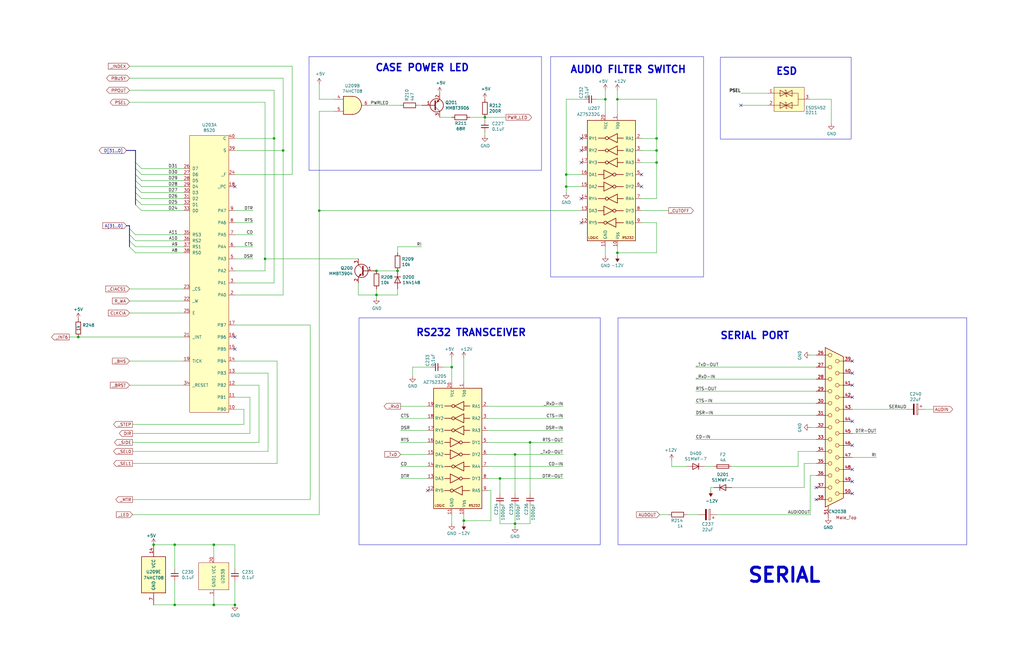
<source format=kicad_sch>
(kicad_sch (version 20231120) (generator "eeschema") (generator_version "8.0")
  (paper "B")
  (title_block (title "AMIGA PCI") (date "2025-06-27") (rev "6.0"))
  (junction (at 73.66 255.27))
  (junction (at 238.76 78.74))
  (junction (at 217.17 191.77))
  (junction (at 134.62 88.9))
  (junction (at 204.47 49.53))
  (junction (at 260.35 106.68))
  (junction (at 90.17 255.27))
  (junction (at 217.17 220.98))
  (junction (at 210.82 201.93))
  (junction (at 111.76 109.22))
  (junction (at 195.58 219.71))
  (junction (at 260.35 41.91))
  (junction (at 190.5 154.94))
  (junction (at 238.76 73.66))
  (junction (at 223.52 186.69))
  (junction (at 119.38 63.5))
  (junction (at 99.06 255.27))
  (junction (at 158.75 124.46))
  (junction (at 115.57 58.42))
  (junction (at 276.86 58.42))
  (junction (at 33.02 142.24))
  (junction (at 255.27 41.91))
  (junction (at 276.86 63.5))
  (junction (at 167.64 114.3))
  (junction (at 90.17 229.87))
  (junction (at 158.75 114.3))
  (junction (at 276.86 68.58))
  (junction (at 64.77 229.87))
  (junction (at 73.66 229.87))
  (no_connect (at 359.41 152.4))
  (no_connect (at 312.42 44.45))
  (no_connect (at 245.11 58.42))
  (no_connect (at 344.17 210.82))
  (no_connect (at 359.41 157.48))
  (no_connect (at 245.11 93.98))
  (no_connect (at 359.41 177.8))
  (no_connect (at 359.41 167.64))
  (no_connect (at 245.11 68.58))
  (no_connect (at 99.06 78.74))
  (no_connect (at 359.41 208.28))
  (no_connect (at 99.06 142.24))
  (no_connect (at 99.06 147.32))
  (no_connect (at 359.41 162.56))
  (no_connect (at 245.11 63.5))
  (no_connect (at 359.41 198.12))
  (no_connect (at 245.11 83.82))
  (no_connect (at 344.17 205.74))
  (no_connect (at 359.41 203.2))
  (no_connect (at 270.51 73.66))
  (no_connect (at 359.41 187.96))
  (no_connect (at 180.34 207.01))
  (no_connect (at 270.51 78.74))
  (bus_entry (at 59.69 71.12) (size -2.54 -2.54))
  (bus_entry (at 59.69 83.82) (size -2.54 -2.54))
  (bus_entry (at 59.69 86.36) (size -2.54 -2.54))
  (bus_entry (at 57.15 104.14) (size -2.54 -2.54))
  (bus_entry (at 59.69 81.28) (size -2.54 -2.54))
  (bus_entry (at 59.69 73.66) (size -2.54 -2.54))
  (bus_entry (at 59.69 76.2) (size -2.54 -2.54))
  (bus_entry (at 59.69 78.74) (size -2.54 -2.54))
  (bus_entry (at 57.15 99.06) (size -2.54 -2.54))
  (bus_entry (at 57.15 106.68) (size -2.54 -2.54))
  (bus_entry (at 59.69 88.9) (size -2.54 -2.54))
  (bus_entry (at 57.15 101.6) (size -2.54 -2.54))
  (wire (pts (xy 293.37 170.18) (xy 344.17 170.18)))
  (wire (pts (xy 210.82 213.36) (xy 210.82 220.98)))
  (wire (pts (xy 90.17 255.27) (xy 99.06 255.27)))
  (wire (pts (xy 33.02 142.24) (xy 29.21 142.24)))
  (bus (pts (xy 54.61 96.52) (xy 54.61 99.06)))
  (wire (pts (xy 90.17 229.87) (xy 90.17 234.95)))
  (wire (pts (xy 168.91 196.85) (xy 180.34 196.85)))
  (wire (pts (xy 359.41 182.88) (xy 369.57 182.88)))
  (wire (pts (xy 217.17 220.98) (xy 223.52 220.98)))
  (wire (pts (xy 185.42 49.53) (xy 190.5 49.53)))
  (bus (pts (xy 57.15 81.28) (xy 57.15 83.82)))
  (wire (pts (xy 77.47 86.36) (xy 59.69 86.36)))
  (bus (pts (xy 57.15 68.58) (xy 57.15 71.12)))
  (wire (pts (xy 55.88 217.17) (xy 134.62 217.17)))
  (bus (pts (xy 57.15 71.12) (xy 57.15 73.66)))
  (wire (pts (xy 190.5 161.29) (xy 190.5 154.94)))
  (wire (pts (xy 116.84 195.58) (xy 55.88 195.58)))
  (wire (pts (xy 119.38 124.46) (xy 99.06 124.46)))
  (wire (pts (xy 173.99 154.94) (xy 173.99 158.75)))
  (wire (pts (xy 270.51 68.58) (xy 276.86 68.58)))
  (wire (pts (xy 260.35 38.1) (xy 260.35 41.91)))
  (wire (pts (xy 134.62 46.99) (xy 140.97 46.99)))
  (bus (pts (xy 57.15 63.5) (xy 57.15 68.58)))
  (wire (pts (xy 205.74 196.85) (xy 237.49 196.85)))
  (wire (pts (xy 344.17 200.66) (xy 341.63 200.66)))
  (wire (pts (xy 54.61 121.92) (xy 77.47 121.92)))
  (wire (pts (xy 134.62 41.91) (xy 134.62 35.56)))
  (wire (pts (xy 59.69 78.74) (xy 77.47 78.74)))
  (wire (pts (xy 99.06 58.42) (xy 115.57 58.42)))
  (bus (pts (xy 57.15 76.2) (xy 57.15 78.74)))
  (wire (pts (xy 238.76 78.74) (xy 238.76 81.28)))
  (wire (pts (xy 205.74 171.45) (xy 237.49 171.45)))
  (wire (pts (xy 113.03 157.48) (xy 113.03 190.5)))
  (wire (pts (xy 73.66 255.27) (xy 64.77 255.27)))
  (wire (pts (xy 119.38 33.02) (xy 54.61 33.02)))
  (wire (pts (xy 99.06 99.06) (xy 106.68 99.06)))
  (wire (pts (xy 77.47 162.56) (xy 54.61 162.56)))
  (wire (pts (xy 204.47 55.88) (xy 204.47 57.15)))
  (wire (pts (xy 308.61 205.74) (xy 339.09 205.74)))
  (wire (pts (xy 238.76 41.91) (xy 238.76 73.66)))
  (wire (pts (xy 198.12 49.53) (xy 204.47 49.53)))
  (wire (pts (xy 77.47 142.24) (xy 33.02 142.24)))
  (wire (pts (xy 255.27 41.91) (xy 251.46 41.91)))
  (wire (pts (xy 238.76 73.66) (xy 245.11 73.66)))
  (wire (pts (xy 77.47 81.28) (xy 59.69 81.28)))
  (wire (pts (xy 130.81 137.16) (xy 130.81 210.82)))
  (wire (pts (xy 207.01 207.01) (xy 207.01 219.71)))
  (wire (pts (xy 293.37 154.94) (xy 344.17 154.94)))
  (wire (pts (xy 341.63 41.91) (xy 350.52 41.91)))
  (wire (pts (xy 99.06 109.22) (xy 106.68 109.22)))
  (wire (pts (xy 283.21 194.31) (xy 283.21 196.85)))
  (wire (pts (xy 134.62 88.9) (xy 245.11 88.9)))
  (wire (pts (xy 217.17 222.25) (xy 217.17 220.98)))
  (wire (pts (xy 111.76 43.18) (xy 111.76 109.22)))
  (bus (pts (xy 53.34 95.25) (xy 54.61 95.25)))
  (wire (pts (xy 77.47 127) (xy 54.61 127)))
  (wire (pts (xy 238.76 73.66) (xy 238.76 78.74)))
  (wire (pts (xy 99.06 162.56) (xy 109.22 162.56)))
  (wire (pts (xy 223.52 220.98) (xy 223.52 213.36)))
  (wire (pts (xy 270.51 83.82) (xy 276.86 83.82)))
  (wire (pts (xy 115.57 38.1) (xy 54.61 38.1)))
  (wire (pts (xy 99.06 73.66) (xy 123.19 73.66)))
  (wire (pts (xy 312.42 44.45) (xy 323.85 44.45)))
  (wire (pts (xy 205.74 181.61) (xy 237.49 181.61)))
  (wire (pts (xy 223.52 186.69) (xy 237.49 186.69)))
  (wire (pts (xy 73.66 229.87) (xy 90.17 229.87)))
  (wire (pts (xy 115.57 58.42) (xy 115.57 38.1)))
  (wire (pts (xy 102.87 172.72) (xy 102.87 179.07)))
  (wire (pts (xy 293.37 165.1) (xy 344.17 165.1)))
  (wire (pts (xy 336.55 196.85) (xy 336.55 190.5)))
  (wire (pts (xy 341.63 180.34) (xy 344.17 180.34)))
  (wire (pts (xy 207.01 207.01) (xy 205.74 207.01)))
  (wire (pts (xy 195.58 219.71) (xy 195.58 220.98)))
  (wire (pts (xy 359.41 172.72) (xy 382.27 172.72)))
  (wire (pts (xy 276.86 58.42) (xy 276.86 41.91)))
  (wire (pts (xy 205.74 191.77) (xy 217.17 191.77)))
  (wire (pts (xy 158.75 124.46) (xy 167.64 124.46)))
  (wire (pts (xy 167.64 104.14) (xy 177.8 104.14)))
  (wire (pts (xy 339.09 195.58) (xy 344.17 195.58)))
  (wire (pts (xy 204.47 49.53) (xy 204.47 50.8)))
  (wire (pts (xy 111.76 109.22) (xy 151.13 109.22)))
  (wire (pts (xy 190.5 217.17) (xy 190.5 220.98)))
  (wire (pts (xy 210.82 201.93) (xy 210.82 208.28)))
  (wire (pts (xy 59.69 83.82) (xy 77.47 83.82)))
  (wire (pts (xy 260.35 41.91) (xy 260.35 48.26)))
  (wire (pts (xy 113.03 190.5) (xy 55.88 190.5)))
  (wire (pts (xy 57.15 106.68) (xy 77.47 106.68)))
  (wire (pts (xy 77.47 99.06) (xy 57.15 99.06)))
  (wire (pts (xy 276.86 63.5) (xy 276.86 58.42)))
  (wire (pts (xy 156.21 44.45) (xy 168.91 44.45)))
  (wire (pts (xy 134.62 46.99) (xy 134.62 88.9)))
  (wire (pts (xy 64.77 229.87) (xy 73.66 229.87)))
  (wire (pts (xy 73.66 255.27) (xy 90.17 255.27)))
  (wire (pts (xy 270.51 93.98) (xy 276.86 93.98)))
  (wire (pts (xy 90.17 251.46) (xy 90.17 255.27)))
  (wire (pts (xy 115.57 119.38) (xy 99.06 119.38)))
  (wire (pts (xy 158.75 114.3) (xy 167.64 114.3)))
  (wire (pts (xy 77.47 152.4) (xy 54.61 152.4)))
  (wire (pts (xy 168.91 181.61) (xy 180.34 181.61)))
  (wire (pts (xy 168.91 186.69) (xy 180.34 186.69)))
  (wire (pts (xy 217.17 191.77) (xy 237.49 191.77)))
  (wire (pts (xy 246.38 41.91) (xy 238.76 41.91)))
  (wire (pts (xy 260.35 104.14) (xy 260.35 106.68)))
  (wire (pts (xy 176.53 44.45) (xy 177.8 44.45)))
  (wire (pts (xy 168.91 201.93) (xy 180.34 201.93)))
  (wire (pts (xy 293.37 160.02) (xy 344.17 160.02)))
  (bus (pts (xy 57.15 63.5) (xy 53.34 63.5)))
  (bus (pts (xy 57.15 78.74) (xy 57.15 81.28)))
  (wire (pts (xy 276.86 106.68) (xy 260.35 106.68)))
  (wire (pts (xy 134.62 88.9) (xy 134.62 217.17)))
  (wire (pts (xy 73.66 229.87) (xy 73.66 240.03)))
  (wire (pts (xy 151.13 119.38) (xy 151.13 124.46)))
  (wire (pts (xy 302.26 217.17) (xy 341.63 217.17)))
  (wire (pts (xy 123.19 27.94) (xy 54.61 27.94)))
  (wire (pts (xy 77.47 76.2) (xy 59.69 76.2)))
  (wire (pts (xy 99.06 152.4) (xy 116.84 152.4)))
  (wire (pts (xy 276.86 83.82) (xy 276.86 68.58)))
  (wire (pts (xy 105.41 167.64) (xy 105.41 182.88)))
  (wire (pts (xy 293.37 185.42) (xy 344.17 185.42)))
  (wire (pts (xy 77.47 104.14) (xy 57.15 104.14)))
  (wire (pts (xy 99.06 229.87) (xy 99.06 240.03)))
  (wire (pts (xy 195.58 151.13) (xy 195.58 161.29)))
  (wire (pts (xy 204.47 49.53) (xy 213.36 49.53)))
  (wire (pts (xy 116.84 152.4) (xy 116.84 195.58)))
  (wire (pts (xy 77.47 101.6) (xy 57.15 101.6)))
  (wire (pts (xy 102.87 179.07) (xy 55.88 179.07)))
  (wire (pts (xy 167.64 106.68) (xy 167.64 104.14)))
  (wire (pts (xy 217.17 213.36) (xy 217.17 220.98)))
  (wire (pts (xy 217.17 191.77) (xy 217.17 208.28)))
  (bus (pts (xy 57.15 83.82) (xy 57.15 86.36)))
  (wire (pts (xy 276.86 93.98) (xy 276.86 106.68)))
  (wire (pts (xy 293.37 175.26) (xy 344.17 175.26)))
  (wire (pts (xy 294.64 217.17) (xy 289.56 217.17)))
  (wire (pts (xy 73.66 245.11) (xy 73.66 255.27)))
  (wire (pts (xy 99.06 137.16) (xy 130.81 137.16)))
  (wire (pts (xy 260.35 106.68) (xy 260.35 107.95)))
  (wire (pts (xy 210.82 220.98) (xy 217.17 220.98)))
  (wire (pts (xy 109.22 162.56) (xy 109.22 186.69)))
  (wire (pts (xy 111.76 43.18) (xy 54.61 43.18)))
  (wire (pts (xy 270.51 63.5) (xy 276.86 63.5)))
  (bus (pts (xy 54.61 101.6) (xy 54.61 104.14)))
  (wire (pts (xy 205.74 176.53) (xy 237.49 176.53)))
  (wire (pts (xy 389.89 172.72) (xy 393.7 172.72)))
  (wire (pts (xy 99.06 88.9) (xy 106.68 88.9)))
  (wire (pts (xy 115.57 58.42) (xy 115.57 119.38)))
  (wire (pts (xy 181.61 154.94) (xy 173.99 154.94)))
  (wire (pts (xy 207.01 219.71) (xy 195.58 219.71)))
  (wire (pts (xy 281.94 217.17) (xy 278.13 217.17)))
  (wire (pts (xy 336.55 190.5) (xy 344.17 190.5)))
  (wire (pts (xy 140.97 41.91) (xy 134.62 41.91)))
  (wire (pts (xy 59.69 73.66) (xy 77.47 73.66)))
  (wire (pts (xy 105.41 182.88) (xy 55.88 182.88)))
  (wire (pts (xy 341.63 149.86) (xy 344.17 149.86)))
  (wire (pts (xy 350.52 41.91) (xy 350.52 52.07)))
  (wire (pts (xy 151.13 124.46) (xy 158.75 124.46)))
  (bus (pts (xy 54.61 95.25) (xy 54.61 96.52)))
  (wire (pts (xy 359.41 193.04) (xy 369.57 193.04)))
  (wire (pts (xy 90.17 229.87) (xy 99.06 229.87)))
  (wire (pts (xy 158.75 124.46) (xy 158.75 121.92)))
  (wire (pts (xy 99.06 245.11) (xy 99.06 255.27)))
  (wire (pts (xy 99.06 63.5) (xy 119.38 63.5)))
  (wire (pts (xy 99.06 93.98) (xy 106.68 93.98)))
  (wire (pts (xy 190.5 154.94) (xy 186.69 154.94)))
  (wire (pts (xy 99.06 157.48) (xy 113.03 157.48)))
  (wire (pts (xy 99.06 167.64) (xy 105.41 167.64)))
  (wire (pts (xy 167.64 124.46) (xy 167.64 121.92)))
  (wire (pts (xy 299.72 207.01) (xy 299.72 205.74)))
  (wire (pts (xy 205.74 186.69) (xy 223.52 186.69)))
  (wire (pts (xy 158.75 125.73) (xy 158.75 124.46)))
  (wire (pts (xy 255.27 38.1) (xy 255.27 41.91)))
  (wire (pts (xy 190.5 151.13) (xy 190.5 154.94)))
  (wire (pts (xy 299.72 205.74) (xy 300.99 205.74)))
  (wire (pts (xy 130.81 210.82) (xy 55.88 210.82)))
  (wire (pts (xy 119.38 63.5) (xy 119.38 33.02)))
  (wire (pts (xy 308.61 196.85) (xy 336.55 196.85)))
  (wire (pts (xy 238.76 78.74) (xy 245.11 78.74)))
  (wire (pts (xy 168.91 191.77) (xy 180.34 191.77)))
  (wire (pts (xy 168.91 171.45) (xy 180.34 171.45)))
  (wire (pts (xy 111.76 109.22) (xy 111.76 114.3)))
  (wire (pts (xy 99.06 172.72) (xy 102.87 172.72)))
  (wire (pts (xy 255.27 48.26) (xy 255.27 41.91)))
  (wire (pts (xy 99.06 114.3) (xy 111.76 114.3)))
  (wire (pts (xy 312.42 39.37) (xy 323.85 39.37)))
  (wire (pts (xy 168.91 176.53) (xy 180.34 176.53)))
  (wire (pts (xy 276.86 68.58) (xy 276.86 63.5)))
  (wire (pts (xy 223.52 186.69) (xy 223.52 208.28)))
  (wire (pts (xy 195.58 217.17) (xy 195.58 219.71)))
  (wire (pts (xy 99.06 104.14) (xy 106.68 104.14)))
  (wire (pts (xy 341.63 200.66) (xy 341.63 217.17)))
  (wire (pts (xy 270.51 58.42) (xy 276.86 58.42)))
  (bus (pts (xy 57.15 73.66) (xy 57.15 76.2)))
  (wire (pts (xy 123.19 73.66) (xy 123.19 27.94)))
  (wire (pts (xy 77.47 88.9) (xy 59.69 88.9)))
  (wire (pts (xy 77.47 71.12) (xy 59.69 71.12)))
  (wire (pts (xy 255.27 104.14) (xy 255.27 107.95)))
  (wire (pts (xy 283.21 196.85) (xy 289.56 196.85)))
  (wire (pts (xy 205.74 201.93) (xy 210.82 201.93)))
  (wire (pts (xy 119.38 63.5) (xy 119.38 124.46)))
  (wire (pts (xy 109.22 186.69) (xy 55.88 186.69)))
  (bus (pts (xy 54.61 99.06) (xy 54.61 101.6)))
  (wire (pts (xy 276.86 41.91) (xy 260.35 41.91)))
  (wire (pts (xy 54.61 132.08) (xy 77.47 132.08)))
  (wire (pts (xy 300.99 196.85) (xy 297.18 196.85)))
  (wire (pts (xy 210.82 201.93) (xy 237.49 201.93)))
  (wire (pts (xy 270.51 88.9) (xy 281.94 88.9)))
  (wire (pts (xy 339.09 205.74) (xy 339.09 195.58)))
  (rectangle (start 232.156 23.876) (end 296.672 116.84))
  (rectangle (start 260.604 134.112) (end 407.67 229.87))
  (rectangle (start 130.302 23.876) (end 228.346 71.882))
  (rectangle (start 151.384 134.112) (end 253.13 229.87))
  (rectangle (start 303.784 24.13) (end 358.902 58.674))
  (text "CASE POWER LED" (at 178.054 28.702 0) (effects (font (size 3 3) (thickness 0.6) (bold yes))))
  (text "ESD" (at 331.724 30.226 0) (effects (font (size 3 3) (thickness 0.6) (bold yes))))
  (text "SERIAL" (at 314.96 246.38 0) (effects (font (size 6 6) (thickness 1.2) (bold yes)) (justify left bottom)))
  (text "SERIAL PORT" (at 303.53 143.51 0) (effects (font (size 3 3) (thickness 0.6) (bold yes)) (justify left bottom)))
  (text "AUDIO FILTER SWITCH" (at 264.922 29.464 0) (effects (font (size 3 3) (thickness 0.6) (bold yes))))
  (text "RS232 TRANSCEIVER" (at 175.26 142.24 0) (effects (font (size 3 3) (bold yes)) (justify left bottom)))
  (label "D27" (at 74.93 81.28 180) (effects (font (size 1.2954 1.2954))))
  (label "RI" (at 369.57 193.04 180))
  (label "_TxD-OUT" (at 293.37 154.94 0))
  (label "PWRLED" (at 156.21 44.45 0))
  (label "DTR-OUT" (at 369.57 182.88 180))
  (label "CTS" (at 168.91 176.53 0))
  (label "CTS-IN" (at 293.37 170.18 0))
  (label "DTR" (at 168.91 201.93 0))
  (label "D28" (at 74.93 78.74 180) (effects (font (size 1.2954 1.2954))))
  (label "CD-IN" (at 237.49 196.85 180))
  (label "RTS-OUT" (at 237.49 186.69 180))
  (label "CTS" (at 106.68 104.14 180))
  (label "_RxD-IN" (at 293.37 160.02 0))
  (label "DTR-OUT" (at 237.49 201.93 180))
  (label "D26" (at 74.93 83.82 180) (effects (font (size 1.2954 1.2954))))
  (label "DSR-IN" (at 237.49 181.61 180))
  (label "DSR-IN" (at 293.37 175.26 0))
  (label "SERAUD" (at 382.27 172.72 180))
  (label "A10" (at 74.93 101.6 180) (effects (font (size 1.2954 1.2954))))
  (label "CTS-IN" (at 237.49 176.53 180))
  (label "RTS-OUT" (at 293.37 165.1 0))
  (label "DTR" (at 106.68 88.9 180))
  (label "A8" (at 74.93 106.68 180) (effects (font (size 1.2954 1.2954))))
  (label "_TxD-OUT" (at 237.49 191.77 180))
  (label "D25" (at 74.93 86.36 180) (effects (font (size 1.2954 1.2954))))
  (label "A11" (at 74.93 99.06 180) (effects (font (size 1.2954 1.2954))))
  (label "CD" (at 168.91 196.85 0))
  (label "DSR" (at 168.91 181.61 0))
  (label "RTS" (at 106.68 93.98 180))
  (label "CD-IN" (at 293.37 185.42 0))
  (label "RI" (at 177.8 104.14 180))
  (label "CD" (at 106.68 99.06 180))
  (label "PSEL" (at 312.42 39.37 180) (effects (font (bold yes))))
  (label "DSR" (at 106.68 109.22 180))
  (label "D31" (at 74.93 71.12 180) (effects (font (size 1.2954 1.2954))))
  (label "_RxD-IN" (at 237.49 171.45 180))
  (label "D30" (at 74.93 73.66 180) (effects (font (size 1.2954 1.2954))))
  (label "A9" (at 74.93 104.14 180) (effects (font (size 1.2954 1.2954))))
  (label "D29" (at 74.93 76.2 180) (effects (font (size 1.2954 1.2954))))
  (label "AUDIOOUT" (at 341.63 217.17 180))
  (label "D24" (at 74.93 88.9 180) (effects (font (size 1.2954 1.2954))))
  (label "RTS" (at 168.91 186.69 0))
  (global_label "_INDEX" (shape input) (at 54.61 27.94 180) (property "Intersheetrefs" "${INTERSHEET_REFS}" (at 45.1728 27.94 0) (effects (justify right))))
  (global_label "A[31..0]" (shape input) (at 53.34 95.25 180) (property "Intersheetrefs" "${INTERSHEET_REFS}" (at 42.8141 95.25 0) (effects (justify right))))
  (global_label "PWR_LED" (shape output) (at 213.36 49.53 0) (property "Intersheetrefs" "${INTERSHEET_REFS}" (at 224.7513 49.53 0) (effects (justify left))))
  (global_label "PSEL" (shape bidirectional) (at 54.61 43.18 180) (property "Intersheetrefs" "${INTERSHEET_REFS}" (at 45.9363 43.18 0) (effects (justify right))))
  (global_label "_SIDE" (shape output) (at 55.88 186.69 180) (property "Intersheetrefs" "${INTERSHEET_REFS}" (at 47.7733 186.69 0) (effects (justify right))))
  (global_label "AUDIN" (shape output) (at 393.7 172.72 0) (property "Intersheetrefs" "${INTERSHEET_REFS}" (at 402.2302 172.72 0) (effects (justify left))))
  (global_label "D[31..0]" (shape bidirectional) (at 53.34 63.5 180) (effects (font (size 1.2954 1.2954))) (property "Intersheetrefs" "${INTERSHEET_REFS}" (at 41.2856 63.5 0) (effects (justify right))))
  (global_label "AUDOUT" (shape input) (at 278.13 217.17 180) (property "Intersheetrefs" "${INTERSHEET_REFS}" (at 267.9065 217.17 0) (effects (justify right))))
  (global_label "PPOUT" (shape bidirectional) (at 54.61 38.1 180) (property "Intersheetrefs" "${INTERSHEET_REFS}" (at 44.4243 38.1 0) (effects (justify right))))
  (global_label "_SEL1" (shape output) (at 55.88 195.58 180) (property "Intersheetrefs" "${INTERSHEET_REFS}" (at 47.4105 195.58 0) (effects (justify right))))
  (global_label "DIR" (shape output) (at 55.88 182.88 180) (property "Intersheetrefs" "${INTERSHEET_REFS}" (at 49.8294 182.88 0) (effects (justify right))))
  (global_label "PBUSY" (shape bidirectional) (at 54.61 33.02 180) (property "Intersheetrefs" "${INTERSHEET_REFS}" (at 44.4243 33.02 0) (effects (justify right))))
  (global_label "R_WA" (shape input) (at 54.61 127 180) (property "Intersheetrefs" "${INTERSHEET_REFS}" (at 46.8472 127 0) (effects (justify right))))
  (global_label "_MTR" (shape output) (at 55.88 210.82 180) (property "Intersheetrefs" "${INTERSHEET_REFS}" (at 48.3176 210.82 0) (effects (justify right))))
  (global_label "_CUTOFF" (shape output) (at 281.94 88.9 0) (property "Intersheetrefs" "${INTERSHEET_REFS}" (at 292.8892 88.9 0) (effects (justify left))))
  (global_label "_SEL0" (shape output) (at 55.88 190.5 180) (property "Intersheetrefs" "${INTERSHEET_REFS}" (at 47.4105 190.5 0) (effects (justify right))))
  (global_label "_STEP" (shape output) (at 55.88 179.07 180) (property "Intersheetrefs" "${INTERSHEET_REFS}" (at 47.4105 179.07 0) (effects (justify right))))
  (global_label "_BRST" (shape input) (at 54.61 162.56 180) (property "Intersheetrefs" "${INTERSHEET_REFS}" (at 46.0195 162.56 0) (effects (justify right))))
  (global_label "_BHS" (shape input) (at 54.61 152.4 180) (property "Intersheetrefs" "${INTERSHEET_REFS}" (at 46.9266 152.4 0) (effects (justify right))))
  (global_label "_LED" (shape input) (at 55.88 217.17 180) (property "Intersheetrefs" "${INTERSHEET_REFS}" (at 48.5595 217.17 0) (effects (justify right))))
  (global_label "_CIACS1" (shape input) (at 54.61 121.92 180) (property "Intersheetrefs" "${INTERSHEET_REFS}" (at 44.0048 121.92 0) (effects (justify right))))
  (global_label "_TxD" (shape input) (at 168.91 191.77 180) (property "Intersheetrefs" "${INTERSHEET_REFS}" (at 161.7709 191.77 0) (effects (justify right))))
  (global_label "_RxD" (shape output) (at 168.91 171.45 180) (property "Intersheetrefs" "${INTERSHEET_REFS}" (at 161.4685 171.45 0) (effects (justify right))))
  (global_label "CLKCIA" (shape input) (at 54.61 132.08 180) (property "Intersheetrefs" "${INTERSHEET_REFS}" (at 45.1727 132.08 0) (effects (justify right))))
  (global_label "_INT6" (shape output) (at 29.21 142.24 180) (property "Intersheetrefs" "${INTERSHEET_REFS}" (at 21.1448 142.24 0) (effects (justify right))))
  (symbol (lib_id "Device:C_Small") (at 217.17 210.82 0) (mirror y) (unit 1)
    (property "Reference" "C235" (at 215.646 217.424 90) (effects (justify left)))
    (property "Value" "1000pF" (at 218.44 219.71 90) (effects (justify left)))
    (property "Footprint" "Capacitor_SMD:C_0603_1608Metric" (effects (hide yes)))
  )
  (symbol (lib_id "power:GND") (at 238.76 81.28 0) (unit 1)
    (property "Reference" "#PWR83" (effects (hide yes)))
    (property "Value" "GND" (at 238.76 85.4155 0))
  )
  (symbol (lib_id "Transistor_BJT:MMBT3904") (at 153.67 114.3 0) (mirror y) (unit 1)
    (property "Reference" "Q200" (at 148.8186 113.1316 0) (effects (justify left)))
    (property "Value" "MMBT3904" (at 148.8186 115.443 0) (effects (justify left)))
    (property "Footprint" "Package_TO_SOT_SMD:SOT-23" (effects (hide yes)))
    (property "Datasheet" "https://www.onsemi.com/pdf/datasheet/pzt3904-d.pdf" (effects (hide yes)))
    (instances (project "AmigaPCI Mainboard" (path "" (reference "Q200") (unit 1))) (project "2000ATX" (path "" (reference "Q300") (unit 1))))
  )
  (symbol (lib_id "Transistor_BJT:MMBT3906") (at 182.88 44.45 0) (mirror x) (unit 1)
    (property "Reference" "Q201" (at 187.7314 43.2816 0) (effects (justify left)))
    (property "Value" "MMBT3906" (at 187.7314 45.593 0) (effects (justify left)))
    (property "Footprint" "Package_TO_SOT_SMD:SOT-23" (effects (hide yes)))
    (property "Datasheet" "https://www.onsemi.com/pdf/datasheet/pzt3906-d.pdf" (effects (hide yes)))
    (instances (project "AmigaPCI Mainboard" (path "" (reference "Q201") (unit 1))) (project "2000ATX" (path "" (reference "Q302") (unit 1))))
  )
  (symbol (lib_id "Device:R") (at 172.72 44.45 90) (unit 1)
    (property "Reference" "R210" (at 171.5516 42.672 0) (effects (justify left)))
    (property "Value" "4k7" (at 173.863 42.672 0) (effects (justify left)))
    (property "Footprint" "Resistor_SMD:R_0603_1608Metric" (effects (hide yes)))
    (instances (project "AmigaPCI Mainboard" (path "" (reference "R210") (unit 1))) (project "2000ATX" (path "" (reference "R902") (unit 1))))
  )
  (symbol (lib_name "-12V_1") (lib_id "power:-12V") (at 260.35 107.95 180) (unit 1)
    (property "Reference" "#PWR383" (effects (hide yes)))
    (property "Value" "-12V" (at 260.35 112.014 0))
    (property "Description" "Power symbol creates a global label with name \"-12V\"" (effects (hide yes)))
  )
  (symbol (lib_id "Interface_UART:AZ75232G") (at 257.81 76.2 0) (mirror y) (unit 1)
    (property "Reference" "U207" (at 253.0759 45.72 0) (effects (justify left)))
    (property "Value" "AZ75232G" (at 253.0759 48.26 0) (effects (justify left)))
    (property "Footprint" "Package_SO:TSSOP-20_4.4x6.5mm_P0.65mm" (effects (hide yes)))
    (property "Datasheet" "https://www.diodes.com/assets/Datasheets/AZ75232.pdf" (effects (hide yes)))
    (property "Description" "RS232 interface IC, 3 drivers, 5 receivers, 3.3V/5V Vcc supply, bipolar Vdd/Vss supply, 120kb/s, TSSOP-20" (effects (hide yes)))
  )
  (symbol (lib_id "power:+5V") (at 134.62 35.56 0) (unit 1)
    (property "Reference" "#PWR0139" (effects (hide yes)))
    (property "Value" "+5V" (at 135.001 31.1658 0))
    (instances (project "AmigaPCI Mainboard" (path "" (reference "#PWR0139") (unit 1))) (project "2000ATX" (path "" (reference "#PWR0292") (unit 1))))
  )
  (symbol (lib_id "Device:C_Small") (at 184.15 154.94 270) (mirror x) (unit 1)
    (property "Reference" "C233" (at 180.3146 154.686 0) (effects (justify left)))
    (property "Value" "0.1uF" (at 182.626 154.686 0) (effects (justify left)))
    (property "Footprint" "Capacitor_SMD:C_0603_1608Metric" (effects (hide yes)))
    (instances (project "AmigaPCI Mainboard" (path "" (reference "C233") (unit 1))) (project "2000ATX" (path "" (reference "C301") (unit 1))))
  )
  (symbol (lib_id "power:GND") (at 99.06 255.27 0) (unit 1)
    (property "Reference" "#PWR0165" (effects (hide yes)))
    (property "Value" "GND" (at 99.187 259.6642 0))
    (instances (project "AmigaPCI Mainboard" (path "" (reference "#PWR0165") (unit 1))) (project "2000ATX" (path "" (reference "#PWR0328") (unit 1))))
  )
  (symbol (lib_id "Device:R") (at 158.75 118.11 0) (unit 1)
    (property "Reference" "R208" (at 160.528 116.9416 0) (effects (justify left)))
    (property "Value" "10k" (at 160.528 119.253 0) (effects (justify left)))
    (property "Footprint" "Resistor_SMD:R_0603_1608Metric" (effects (hide yes)))
    (instances (project "AmigaPCI Mainboard" (path "" (reference "R208") (unit 1))) (project "2000ATX" (path "" (reference "R305") (unit 1))))
  )
  (symbol (lib_id "power:+5V") (at 185.42 39.37 0) (unit 1)
    (property "Reference" "#PWR0144" (effects (hide yes)))
    (property "Value" "+5V" (at 185.801 34.9758 0))
    (instances (project "AmigaPCI Mainboard" (path "" (reference "#PWR0144") (unit 1))) (project "2000ATX" (path "" (reference "#PWR0293") (unit 1))))
  )
  (symbol (lib_id "power:+5V") (at 64.77 229.87 0) (unit 1)
    (property "Reference" "#PWR23" (effects (hide yes)))
    (property "Value" "+5V" (at 63.754 226.06 0))
  )
  (symbol (lib_id "power:-12V") (at 299.72 207.01 0) (mirror x) (unit 1)
    (property "Reference" "#PWR0185" (effects (hide yes)))
    (property "Value" "-12V" (at 300.101 211.4042 0))
    (instances (project "AmigaPCI Mainboard" (path "" (reference "#PWR0185") (unit 1))) (project "2000ATX" (path "" (reference "#PWR0313") (unit 1))))
  )
  (symbol (lib_id "Interface_UART:AZ75232G") (at 193.04 189.23 0) (mirror y) (unit 1)
    (property "Reference" "U205" (at 188.3059 158.75 0) (effects (justify left)))
    (property "Value" "AZ75232G" (at 188.3059 161.29 0) (effects (justify left)))
    (property "Footprint" "Package_SO:TSSOP-20_4.4x6.5mm_P0.65mm" (effects (hide yes)))
    (property "Datasheet" "https://www.diodes.com/assets/Datasheets/AZ75232.pdf" (effects (hide yes)))
    (property "Description" "RS232 interface IC, 3 drivers, 5 receivers, 3.3V/5V Vcc supply, bipolar Vdd/Vss supply, 120kb/s, TSSOP-20" (effects (hide yes)))
  )
  (symbol (lib_id "Device:C_Polarized") (at 298.45 217.17 270) (mirror x) (unit 1)
    (property "Reference" "C237" (at 298.45 221.2086 90))
    (property "Value" "22uF" (at 298.45 223.52 90))
    (property "Footprint" "Capacitor_THT:CP_Radial_D5.0mm_P2.00mm" (effects (hide yes)))
    (instances (project "AmigaPCI Mainboard" (path "" (reference "C237") (unit 1))) (project "2000ATX" (path "" (reference "C318") (unit 1)) (path "" (reference "C318") (unit 1))))
  )
  (symbol (lib_id "Device:R") (at 167.64 110.49 0) (unit 1)
    (property "Reference" "R209" (at 169.418 109.3216 0) (effects (justify left)))
    (property "Value" "10k" (at 169.418 111.633 0) (effects (justify left)))
    (property "Footprint" "Resistor_SMD:R_0603_1608Metric" (effects (hide yes)))
    (instances (project "AmigaPCI Mainboard" (path "" (reference "R209") (unit 1))) (project "2000ATX" (path "" (reference "R306") (unit 1))))
  )
  (symbol (lib_id "Diode:1N4001") (at 304.8 205.74 0) (mirror x) (unit 1)
    (property "Reference" "D201" (at 304.8 200.2282 0))
    (property "Value" "S1MWF-7" (at 304.8 202.5396 0))
    (property "Footprint" "Diode_SMD:D_SOD-123F" (effects (hide yes)))
    (property "Datasheet" "http://www.vishay.com/docs/88503/1n4001.pdf" (effects (hide yes)))
    (instances (project "AmigaPCI Mainboard" (path "" (reference "D201") (unit 1))) (project "2000ATX" (path "" (reference "D401") (unit 1))))
  )
  (symbol (lib_id "Device:R") (at 33.02 138.43 0) (unit 1)
    (property "Reference" "R248" (at 34.798 137.2616 0) (effects (justify left)))
    (property "Value" "1k" (at 33.02 139.7 90) (effects (justify left)))
    (property "Footprint" "Resistor_SMD:R_0603_1608Metric" (effects (hide yes)))
  )
  (symbol (lib_id "AmigaPCI-Symbols:MOS 8520") (at 90.17 243.84 0) (unit 2)
    (property "Reference" "U203" (at 93.98 246.38 90) (effects (justify left)))
    (property "Value" "8520" (effects (hide yes)))
    (property "Footprint" "Package_DIP:DIP-40_W15.24mm_Socket" (effects (hide yes)))
    (instances (project "AmigaPCI Mainboard" (path "" (reference "U203") (unit 2))) (project "2000ATX" (path "" (reference "U301") (unit 2))))
  )
  (symbol (lib_id "power:GND") (at 173.99 158.75 0) (unit 1)
    (property "Reference" "#PWR370" (effects (hide yes)))
    (property "Value" "GND" (at 173.99 162.8855 0))
  )
  (symbol (lib_id "Diode:1N4001") (at 293.37 196.85 0) (mirror y) (unit 1)
    (property "Reference" "D400" (at 293.37 191.3382 0))
    (property "Value" "S1MWF-7" (at 293.37 193.6496 0))
    (property "Footprint" "Diode_SMD:D_SOD-123F" (effects (hide yes)))
    (property "Datasheet" "http://www.vishay.com/docs/88503/1n4001.pdf" (effects (hide yes)))
  )
  (symbol (lib_id "Device:R") (at 204.47 45.72 0) (unit 1)
    (property "Reference" "R212" (at 206.248 44.5516 0) (effects (justify left)))
    (property "Value" "200R" (at 206.248 46.863 0) (effects (justify left)))
    (property "Footprint" "Resistor_SMD:R_0603_1608Metric" (effects (hide yes)))
    (instances (project "AmigaPCI Mainboard" (path "" (reference "R212") (unit 1))) (project "2000ATX" (path "" (reference "R308") (unit 1))))
  )
  (symbol (lib_name "+5V_1") (lib_id "power:+5V") (at 33.02 134.62 0) (unit 1)
    (property "Reference" "#PWR0132" (effects (hide yes)))
    (property "Value" "+5V" (at 33.02 130.556 0))
    (property "Description" "Power symbol creates a global label with name \"+5V\"" (effects (hide yes)))
  )
  (symbol (lib_id "power:GND") (at 158.75 125.73 0) (unit 1)
    (property "Reference" "#PWR0154" (effects (hide yes)))
    (property "Value" "GND" (at 158.877 130.1242 0))
    (instances (project "AmigaPCI Mainboard" (path "" (reference "#PWR0154") (unit 1))) (project "2000ATX" (path "" (reference "#PWR0315") (unit 1))))
  )
  (symbol (lib_id "power:GND") (at 190.5 220.98 0) (unit 1)
    (property "Reference" "#PWR325" (effects (hide yes)))
    (property "Value" "GND" (at 190.5 225.1155 0))
  )
  (symbol (lib_name "+12V_1") (lib_id "power:+12V") (at 195.58 151.13 0) (unit 1)
    (property "Reference" "#PWR378" (effects (hide yes)))
    (property "Value" "+12V" (at 196.596 147.32 0))
    (property "Description" "Power symbol creates a global label with name \"+12V\"" (effects (hide yes)))
  )
  (symbol (lib_id "Device:C_Small") (at 73.66 242.57 0) (unit 1)
    (property "Reference" "C230" (at 76.581 241.4016 0) (effects (justify left)))
    (property "Value" "0.1uF" (at 76.581 243.713 0) (effects (justify left)))
    (property "Footprint" "Capacitor_SMD:C_0603_1608Metric" (effects (hide yes)))
    (instances (project "AmigaPCI Mainboard" (path "" (reference "C230") (unit 1))) (project "2000ATX" (path "" (reference "C303") (unit 1))))
  )
  (symbol (lib_name "-12V_1") (lib_id "power:-12V") (at 195.58 220.98 180) (unit 1)
    (property "Reference" "#PWR376" (effects (hide yes)))
    (property "Value" "-12V" (at 195.58 225.044 0))
    (property "Description" "Power symbol creates a global label with name \"-12V\"" (effects (hide yes)))
  )
  (symbol (lib_id "Diode:1N4148") (at 167.64 118.11 270) (unit 1)
    (property "Reference" "D200" (at 169.672 116.9416 90) (effects (justify left)))
    (property "Value" "1N4148" (at 169.672 119.253 90) (effects (justify left)))
    (property "Footprint" "Diode_SMD:D_SOD-323" (effects (hide yes)))
    (property "Datasheet" "https://assets.nexperia.com/documents/data-sheet/1N4148_1N4448.pdf" (effects (hide yes)))
    (property "pART" "1N4148WSTR" (effects (hide yes)))
    (instances (project "AmigaPCI Mainboard" (path "" (reference "D200") (unit 1))) (project "2000ATX" (path "" (reference "D300") (unit 1))))
  )
  (symbol (lib_id "74xx:74LS08") (at 64.77 242.57 0) (unit 5)
    (property "Reference" "U209" (at 64.77 241.3 0))
    (property "Value" "74HCT08" (at 64.77 243.84 0))
    (property "Footprint" "Package_SO:TSSOP-14_4.4x5mm_P0.65mm" (effects (hide yes)))
    (property "Datasheet" "http://www.ti.com/lit/gpn/sn74LS08" (effects (hide yes)))
    (instances (project "AmigaPCI Mainboard" (path "" (reference "U209") (unit 5))) (project "2000ATX" (path "" (reference "U303") (unit 5))))
  )
  (symbol (lib_id "power:+12V") (at 283.21 194.31 0) (mirror y) (unit 1)
    (property "Reference" "#PWR0184" (effects (hide yes)))
    (property "Value" "+12V" (at 282.829 189.9158 0))
    (instances (project "AmigaPCI Mainboard" (path "" (reference "#PWR0184") (unit 1))) (project "2000ATX" (path "" (reference "#PWR0312") (unit 1))))
  )
  (symbol (lib_id "Device:C_Polarized") (at 386.08 172.72 270) (unit 1)
    (property "Reference" "C240" (at 386.08 166.243 90))
    (property "Value" "22uF" (at 386.08 168.5544 90))
    (property "Footprint" "Capacitor_THT:CP_Radial_D5.0mm_P2.00mm" (effects (hide yes)))
    (instances (project "AmigaPCI Mainboard" (path "" (reference "C240") (unit 1))) (project "2000ATX" (path "" (reference "C317") (unit 1)) (path "" (reference "C317") (unit 1))))
  )
  (symbol (lib_id "Device:Fuse") (at 304.8 196.85 90) (mirror x) (unit 1)
    (property "Reference" "F2" (at 304.8 191.8462 90))
    (property "Value" "4A" (at 304.8 194.1576 90))
    (property "Footprint" "Fuse:Fuse_1206_3216Metric" (effects (hide yes)))
  )
  (symbol (lib_id "Device:C_Small") (at 210.82 210.82 0) (mirror y) (unit 1)
    (property "Reference" "C234" (at 209.296 217.424 90) (effects (justify left)))
    (property "Value" "1000pF" (at 212.09 219.71 90) (effects (justify left)))
    (property "Footprint" "Capacitor_SMD:C_0603_1608Metric" (effects (hide yes)))
    (instances (project "AmigaPCI Mainboard" (path "" (reference "C234") (unit 1))) (project "2000ATX" (path "" (reference "C301") (unit 1))))
  )
  (symbol (lib_id "power:GND") (at 217.17 222.25 0) (unit 1)
    (property "Reference" "#PWR379" (effects (hide yes)))
    (property "Value" "GND" (at 217.17 226.3855 0))
  )
  (symbol (lib_id "Device:C_Small") (at 99.06 242.57 0) (unit 1)
    (property "Reference" "C231" (at 101.981 241.4016 0) (effects (justify left)))
    (property "Value" "0.1uF" (at 101.981 243.713 0) (effects (justify left)))
    (property "Footprint" "Capacitor_SMD:C_0603_1608Metric" (effects (hide yes)))
    (instances (project "AmigaPCI Mainboard" (path "" (reference "C231") (unit 1))) (project "2000ATX" (path "" (reference "C301") (unit 1))))
  )
  (symbol (lib_id "power:+5V") (at 255.27 38.1 0) (unit 1)
    (property "Reference" "#PWR380" (effects (hide yes)))
    (property "Value" "+5V" (at 254.254 34.29 0))
  )
  (symbol (lib_id "power:+5V") (at 204.47 41.91 0) (unit 1)
    (property "Reference" "#PWR0145" (effects (hide yes)))
    (property "Value" "+5V" (at 204.851 37.5158 0))
    (instances (project "AmigaPCI Mainboard" (path "" (reference "#PWR0145") (unit 1))) (project "2000ATX" (path "" (reference "#PWR0295") (unit 1))))
  )
  (symbol (lib_id "power:GND") (at 341.63 149.86 270) (unit 1)
    (property "Reference" "#PWR0174" (effects (hide yes)))
    (property "Value" "GND" (at 337.2358 149.987 0))
    (instances (project "AmigaPCI Mainboard" (path "" (reference "#PWR0174") (unit 1))) (project "2000ATX" (path "" (reference "#PWR0307") (unit 1))))
  )
  (symbol (lib_id "74xx:74LS08") (at 148.59 44.45 0) (unit 2)
    (property "Reference" "U209" (at 148.59 36.195 0))
    (property "Value" "74HCT08" (at 148.59 38.5064 0))
    (property "Footprint" "Package_SO:TSSOP-14_4.4x5mm_P0.65mm" (effects (hide yes)))
    (property "Datasheet" "http://www.ti.com/lit/gpn/sn74LS08" (effects (hide yes)))
    (instances (project "AmigaPCI Mainboard" (path "" (reference "U209") (unit 2))) (project "2000ATX" (path "" (reference "U303") (unit 2))))
  )
  (symbol (lib_id "Device:C_Small") (at 223.52 210.82 0) (mirror y) (unit 1)
    (property "Reference" "C236" (at 221.996 217.424 90) (effects (justify left)))
    (property "Value" "1000pF" (at 224.79 219.71 90) (effects (justify left)))
    (property "Footprint" "Capacitor_SMD:C_0603_1608Metric" (effects (hide yes)))
  )
  (symbol (lib_id "Device:R") (at 194.31 49.53 270) (unit 1)
    (property "Reference" "R211" (at 194.31 52.0446 90))
    (property "Value" "68R" (at 194.31 54.356 90))
    (property "Footprint" "Resistor_SMD:R_0603_1608Metric" (effects (hide yes)))
    (instances (project "AmigaPCI Mainboard" (path "" (reference "R211") (unit 1))) (project "2000ATX" (path "" (reference "R307") (unit 1))))
  )
  (symbol (lib_id "AmigaPCI-Symbols:DB25_Stack_FemaleAndMale") (at 351.79 180.34 0) (unit 2)
    (property "Reference" "CN203" (at 349.25 215.9 0) (effects (justify left)))
    (property "Value" "DB25_Stack_FemaleAndMale" (effects (hide yes)))
    (property "Footprint" "AmigaPCI:DSUB-25_Stack_Female_Bottom_Male_Top" (effects (hide yes)))
    (property "Datasheet" " ~" (effects (hide yes)))
    (instances (project "AmigaPCI Mainboard" (path "" (reference "CN203") (unit 2))) (project "2000ATX" (path "" (reference "CN305") (unit 2))))
  )
  (symbol (lib_id "AmigaPCI-Symbols:MOS 8520") (at 88.9 109.22 0) (unit 1)
    (property "Reference" "U203" (at 88.265 52.705 0))
    (property "Value" "8520" (at 88.265 55.0164 0))
    (property "Footprint" "Package_DIP:DIP-40_W15.24mm_Socket" (effects (hide yes)))
    (instances (project "AmigaPCI Mainboard" (path "" (reference "U203") (unit 1))) (project "2000ATX" (path "" (reference "U301") (unit 1))))
  )
  (symbol (lib_name "+12V_1") (lib_id "power:+12V") (at 260.35 38.1 0) (unit 1)
    (property "Reference" "#PWR382" (effects (hide yes)))
    (property "Value" "+12V" (at 261.366 34.29 0))
    (property "Description" "Power symbol creates a global label with name \"+12V\"" (effects (hide yes)))
  )
  (symbol (lib_id "AmigaPCI-Symbols:ESDS452") (at 332.74 40.64 0) (mirror y) (unit 1)
    (property "Reference" "D211" (at 342.138 47.498 0))
    (property "Value" "ESDS452" (at 343.916 45.466 0))
    (property "Footprint" "AmigaPCI:SOT-23" (effects (hide yes)))
    (property "Datasheet" "https://www.ti.com/lit/ds/symlink/esds452.pdf?ts=1721984995680&ref_url=https%253A%252F%252Fwww.ti.com%252Fproduct%252FESDS452%253Fbm-verify%253DAAQAAAAJ______nQhGVU8Z7eml6g06MJuArerdvJtlpRaKwiN17ps8vFamsVh9Deep4BlrW-_1vhdIBHtFgC600C9KSNvCvgF1TA6XVnmqO6NzUdcOnPB_IbBBz5PIgcb1iF26LLkd4hSzpXb7XP5O0ZJem4qGA-OWwlFOQ8t6R0Dwj4b2Mqz7D9PsKtEyen7EAoX2d8CCHMZSyWQK7JCx3bNlGbpJwrkKM8-R9gjxNQaPp_awuITtiI-ZY5aaGhGoeYUvxemcfvvUOgHLEny18MLiXg9qNxe5jWEjSKfZXhvgtOXClxiOJWKWTXdbh6_g_QH9Zz74bPT_3qNB1HY2y-YOkT0H6Eh-vV69KinIhE6w6QJUZMBf1w1Q" (effects (hide yes)))
    (property "Description" "ESD protection diode" (effects (hide yes)))
  )
  (symbol (lib_id "power:GND") (at 350.52 52.07 0) (unit 1)
    (property "Reference" "#PWR373" (effects (hide yes)))
    (property "Value" "GND" (at 350.647 56.4642 0))
  )
  (symbol (lib_id "Device:C_Small") (at 248.92 41.91 270) (mirror x) (unit 1)
    (property "Reference" "C232" (at 245.0846 41.656 0) (effects (justify left)))
    (property "Value" "0.1uF" (at 247.396 41.656 0) (effects (justify left)))
    (property "Footprint" "Capacitor_SMD:C_0603_1608Metric" (effects (hide yes)))
  )
  (symbol (lib_id "power:GND") (at 349.25 218.44 0) (unit 1)
    (property "Reference" "#PWR098" (effects (hide yes)))
    (property "Value" "GND" (at 349.25 222.5755 0))
  )
  (symbol (lib_id "Device:C_Small") (at 204.47 53.34 0) (unit 1)
    (property "Reference" "C227" (at 207.391 52.1716 0) (effects (justify left)))
    (property "Value" "0.1uF" (at 207.391 54.483 0) (effects (justify left)))
    (property "Footprint" "Capacitor_SMD:C_0603_1608Metric" (effects (hide yes)))
    (instances (project "AmigaPCI Mainboard" (path "" (reference "C227") (unit 1))) (project "2000ATX" (path "" (reference "C919") (unit 1))))
  )
  (symbol (lib_id "power:GND") (at 204.47 57.15 0) (unit 1)
    (property "Reference" "#PWR0146" (effects (hide yes)))
    (property "Value" "GND" (at 204.597 61.5442 0))
    (instances (project "AmigaPCI Mainboard" (path "" (reference "#PWR0146") (unit 1))) (project "2000ATX" (path "" (reference "#PWR0294") (unit 1))))
  )
  (symbol (lib_id "Device:R") (at 285.75 217.17 90) (mirror x) (unit 1)
    (property "Reference" "R214" (at 288.036 219.6846 90) (effects (justify left)))
    (property "Value" "1k" (at 288.036 221.996 90) (effects (justify left)))
    (property "Footprint" "Resistor_SMD:R_0603_1608Metric" (effects (hide yes)))
    (instances (project "AmigaPCI Mainboard" (path "" (reference "R214") (unit 1))) (project "2000ATX" (path "" (reference "R302") (unit 1))))
  )
  (symbol (lib_id "power:GND") (at 255.27 107.95 0) (unit 1)
    (property "Reference" "#PWR381" (effects (hide yes)))
    (property "Value" "GND" (at 255.27 112.0855 0))
  )
  (symbol (lib_id "power:GND") (at 341.63 180.34 270) (unit 1)
    (property "Reference" "#PWR0161" (effects (hide yes)))
    (property "Value" "GND" (at 337.2358 180.467 0))
    (instances (project "AmigaPCI Mainboard" (path "" (reference "#PWR0161") (unit 1))) (project "2000ATX" (path "" (reference "#PWR0306") (unit 1))))
  )
  (symbol (lib_id "power:+5V") (at 190.5 151.13 0) (unit 1)
    (property "Reference" "#PWR0164" (effects (hide yes)))
    (property "Value" "+5V" (at 189.484 147.32 0))
    (instances (project "AmigaPCI Mainboard" (path "" (reference "#PWR0164") (unit 1))) (project "2000ATX" (path "" (reference "#PWR0329") (unit 1))))
  )
)
</source>
